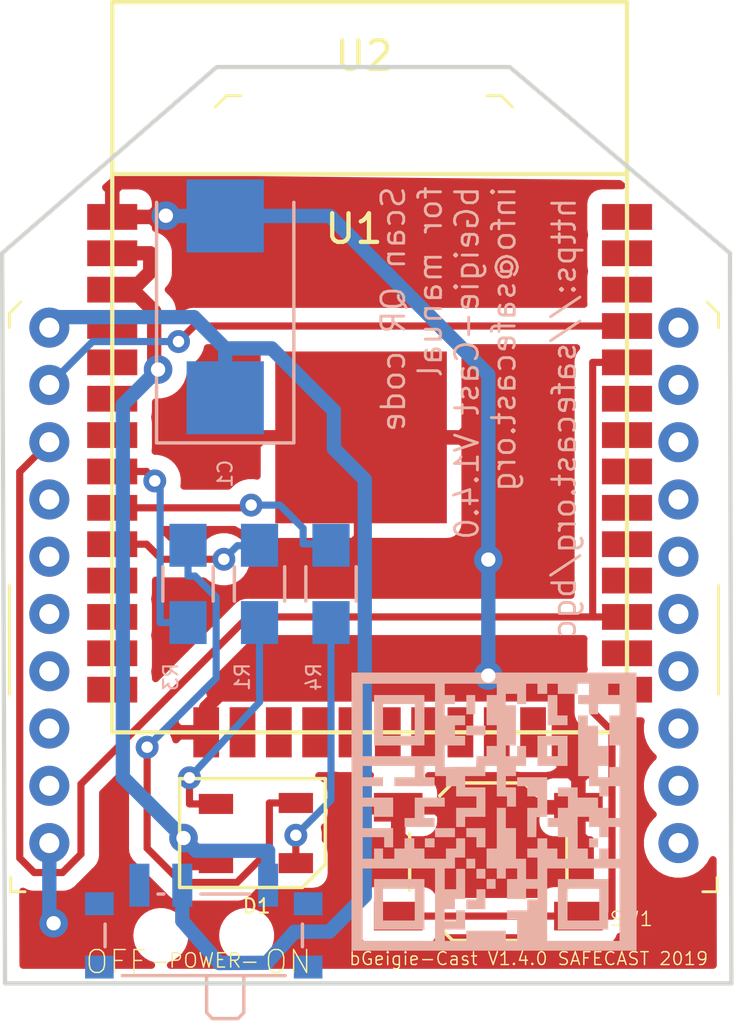
<source format=kicad_pcb>
(kicad_pcb (version 20210623) (generator pcbnew)
  (layers (0 "F.Cu" signal "Top") (31 "B.Cu" signal "Bottom") (34 "B.Paste" user) (35 "F.Paste" user) (36 "B.SilkS" user "B.Silkscreen") (37 "F.SilkS" user "F.Silkscreen") (38 "B.Mask" user) (39 "F.Mask" user) (44 "Edge.Cuts" user))
  (net 0 "")
  (net 1 "GND")
  (net 2 "VDD")
  (net 3 "Net-(D1-Pad1)")
  (net 4 "Net-(D1-Pad3)")
  (net 5 "Net-(D1-Pad4)")
  (net 6 "Net-(SW1-Pad1)")
  (net 7 "Net-(U1-Pad27)")
  (net 8 "+3V3")
  (net 9 "Net-(U1-Pad35)")
  (net 10 "Net-(R1-Pad1)")
  (net 11 "Net-(R3-Pad1)")
  (net 12 "Net-(R4-Pad1)")
  (footprint "Buttons_Switches_SMD:SW_SPST_TL3342" (layer "F.Cu") (at 152.75 118 180)
    (fp_text reference "SW1" hide)
    (fp_text value "TACT-SWITCH" hide)
    (fp_text user "${REFERENCE}" (at -5 -2) (layer "F.SilkS") (effects (font (size 0.5 0.5) (thickness 0.05))))
    (fp_line (start 2.75 -1) (end 2.75 1) (layer "F.SilkS") (width 0.12))
    (fp_line (start 1.7 -2.3) (end 1.25 -2.75) (layer "F.SilkS") (width 0.12))
    (fp_line (start 1.7 2.3) (end 1.25 2.75) (layer "F.SilkS") (width 0.12))
    (fp_line (start -1.25 2.75) (end 1.25 2.75) (layer "F.SilkS") (width 0.12))
    (fp_line (start -1.7 2.3) (end -1.25 2.75) (layer "F.SilkS") (width 0.12))
    (fp_line (start -2.75 -1) (end -2.75 1) (layer "F.SilkS") (width 0.12))
    (fp_line (start -1.7 -2.3) (end -1.25 -2.75) (layer "F.SilkS") (width 0.12))
    (fp_line (start -1.25 -2.75) (end 1.25 -2.75) (layer "F.SilkS") (width 0.12))
    (pad "1" smd rect locked (at 3.15 -1.9 180) (size 1.7 1) (layers "F.Cu" "F.Paste" "F.Mask") (net 6 "Net-(SW1-Pad1)"))
    (pad "1" smd rect locked (at -3.15 -1.9 180) (size 1.7 1) (layers "F.Cu" "F.Paste" "F.Mask") (net 6 "Net-(SW1-Pad1)"))
    (pad "2" smd rect locked (at -3.15 1.9 180) (size 1.7 1) (layers "F.Cu" "F.Paste" "F.Mask") (net 1 "GND"))
    (pad "2" smd rect locked (at 3.15 1.9 180) (size 1.7 1) (layers "F.Cu" "F.Paste" "F.Mask") (net 1 "GND"))
  )
  (footprint "digikey-footprints:DJS-BRGBC-TR8" (layer "F.Cu") (at 144.75 117 90)
    (fp_text reference "D1" (at -2.55 -0.1) (layer "F.SilkS") (effects (font (size 0.5 0.5) (thickness 0.075))))
    (fp_text value "RGB-LED")
    (fp_line (start -1.1 2.3) (end -1.9 1.5) (layer "F.SilkS") (width 0.12))
    (fp_line (start -1.9 1.5) (end -1.9 -2.794) (layer "F.SilkS") (width 0.12))
    (fp_line (start 1.9 -2.794) (end 1.9 2.3) (layer "F.SilkS") (width 0.12))
    (fp_line (start -1.9 -2.794) (end 1.9 -2.794) (layer "F.SilkS") (width 0.12))
    (fp_line (start 1.9 2.3) (end -1.1 2.3) (layer "F.SilkS") (width 0.12))
    (pad "1" smd rect locked (at -1.05 1.27 90) (size 0.7 1.2) (layers "F.Cu" "F.Paste" "F.Mask") (net 3 "Net-(D1-Pad1)"))
    (pad "2" smd rect locked (at -1.05 -1.524 90) (size 0.7 1.2) (layers "F.Cu" "F.Paste" "F.Mask") (net 8 "+3V3"))
    (pad "3" smd rect locked (at 1.016 -1.524 90) (size 0.7 1.2) (layers "F.Cu" "F.Paste" "F.Mask") (net 4 "Net-(D1-Pad3)"))
    (pad "4" smd rect locked (at 1.05 1.27 90) (size 0.7 1.2) (layers "F.Cu" "F.Paste" "F.Mask") (net 5 "Net-(D1-Pad4)"))
  )
  (footprint "digikey-footprints:XBEE-20_THT" (layer "F.Cu") (at 148.4 108.35)
    (fp_text reference "U2" (at 0 -18.49) (layer "F.SilkS"))
    (fp_text value "XBEE-socket")
    (fp_line (start 12.35 10.7) (end 12.35 10.2) (layer "F.SilkS") (width 0.1))
    (fp_line (start -12.4 0) (end -12.4 3.8) (layer "F.SilkS") (width 0.1))
    (fp_line (start 12.4 0) (end 12.4 3.8) (layer "F.SilkS") (width 0.1))
    (fp_line (start -12.4 -9.5) (end -12.4 -9) (layer "F.SilkS") (width 0.1))
    (fp_line (start -12.35 10.7) (end -11.85 10.7) (layer "F.SilkS") (width 0.1))
    (fp_line (start 12.35 10.7) (end 11.85 10.7) (layer "F.SilkS") (width 0.1))
    (fp_line (start 4.8 -17.1) (end 5.2 -16.7) (layer "F.SilkS") (width 0.1))
    (fp_line (start 4.8 -17.1) (end 4.3 -17.1) (layer "F.SilkS") (width 0.1))
    (fp_line (start -12.35 10.7) (end -12.35 10.2) (layer "F.SilkS") (width 0.1))
    (fp_line (start -12.4 -9.5) (end -12 -9.9) (layer "F.SilkS") (width 0.1))
    (fp_line (start 12.4 -9.5) (end 12 -9.9) (layer "F.SilkS") (width 0.1))
    (fp_line (start -4.8 -17.1) (end -4.3 -17.1) (layer "F.SilkS") (width 0.1))
    (fp_line (start -4.8 -17.1) (end -5.2 -16.7) (layer "F.SilkS") (width 0.1))
    (fp_line (start 12.4 -9.5) (end 12.4 -9) (layer "F.SilkS") (width 0.1))
    (pad "1" thru_hole circle locked (at -11 -9) (size 1.4 1.4) (drill 0.7) (layers *.Cu *.Mask) (net 2 "VDD"))
    (pad "2" thru_hole circle locked (at -11 -7) (size 1.4 1.4) (drill 0.7) (layers *.Cu *.Mask) (net 9 "Net-(U1-Pad35)"))
    (pad "3" thru_hole circle locked (at -11 -5) (size 1.4 1.4) (drill 0.7) (layers *.Cu *.Mask) (net 7 "Net-(U1-Pad27)"))
    (pad "4" thru_hole circle locked (at -11 -3) (size 1.4 1.4) (drill 0.7) (layers *.Cu *.Mask))
    (pad "5" thru_hole circle locked (at -11 -1) (size 1.4 1.4) (drill 0.7) (layers *.Cu *.Mask))
    (pad "6" thru_hole circle locked (at -11 1) (size 1.4 1.4) (drill 0.7) (layers *.Cu *.Mask))
    (pad "7" thru_hole circle locked (at -11 3) (size 1.4 1.4) (drill 0.7) (layers *.Cu *.Mask))
    (pad "8" thru_hole circle locked (at -11 5) (size 1.4 1.4) (drill 0.7) (layers *.Cu *.Mask))
    (pad "9" thru_hole circle locked (at -11 7) (size 1.4 1.4) (drill 0.7) (layers *.Cu *.Mask))
    (pad "10" thru_hole circle locked (at -11 9) (size 1.4 1.4) (drill 0.7) (layers *.Cu *.Mask) (net 1 "GND"))
    (pad "11" thru_hole circle locked (at 11 9) (size 1.4 1.4) (drill 0.7) (layers *.Cu *.Mask))
    (pad "12" thru_hole circle locked (at 11 7) (size 1.4 1.4) (drill 0.7) (layers *.Cu *.Mask))
    (pad "13" thru_hole circle locked (at 11 5) (size 1.4 1.4) (drill 0.7) (layers *.Cu *.Mask))
    (pad "14" thru_hole circle locked (at 11 3) (size 1.4 1.4) (drill 0.7) (layers *.Cu *.Mask))
    (pad "15" thru_hole circle locked (at 11 1) (size 1.4 1.4) (drill 0.7) (layers *.Cu *.Mask))
    (pad "16" thru_hole circle locked (at 11 -1) (size 1.4 1.4) (drill 0.7) (layers *.Cu *.Mask))
    (pad "17" thru_hole circle locked (at 11 -3) (size 1.4 1.4) (drill 0.7) (layers *.Cu *.Mask))
    (pad "18" thru_hole circle locked (at 11 -5) (size 1.4 1.4) (drill 0.7) (layers *.Cu *.Mask))
    (pad "19" thru_hole circle locked (at 11 -7) (size 1.4 1.4) (drill 0.7) (layers *.Cu *.Mask))
    (pad "20" thru_hole circle locked (at 11 -9) (size 1.4 1.4) (drill 0.7) (layers *.Cu *.Mask))
  )
  (footprint "ESP32-footprints-Lib:ESP-32S" (layer "F.Cu") (at 148.653 105)
    (fp_text reference "U1" (at -0.6 -9.1) (layer "F.SilkS"))
    (fp_text value "ESP32S")
    (fp_line (start 8.947434 -17.017338) (end 8.947434 8.482662) (layer "F.SilkS") (width 0.15))
    (fp_line (start -9.052566 -17.017338) (end -9.052566 8.482662) (layer "F.SilkS") (width 0.15))
    (fp_line (start 8.947434 8.482662) (end -9.052566 8.482662) (layer "F.SilkS") (width 0.15))
    (fp_line (start 8.947434 -11.017338) (end -9.052566 -11.017338) (layer "F.SilkS") (width 0.15))
    (fp_line (start 8.947434 -17.017338) (end -9.052566 -17.017338) (layer "F.SilkS") (width 0.15))
    (pad "1" smd rect locked (at -9.052566 -9.517338 180) (size 1.75 0.9) (layers "F.Cu" "F.Paste" "F.Mask") (net 1 "GND"))
    (pad "2" smd rect locked (at -9.052566 -8.247338 180) (size 1.75 0.9) (layers "F.Cu" "F.Paste" "F.Mask") (net 8 "+3V3"))
    (pad "3" smd rect locked (at -9.052566 -6.977338 180) (size 1.75 0.9) (layers "F.Cu" "F.Paste" "F.Mask") (net 8 "+3V3"))
    (pad "4" smd rect locked (at -9.052566 -5.707338 180) (size 1.75 0.9) (layers "F.Cu" "F.Paste" "F.Mask"))
    (pad "5" smd rect locked (at -9.052566 -4.437338 180) (size 1.75 0.9) (layers "F.Cu" "F.Paste" "F.Mask"))
    (pad "6" smd rect locked (at -9.052566 -3.167338 180) (size 1.75 0.9) (layers "F.Cu" "F.Paste" "F.Mask"))
    (pad "7" smd rect locked (at -9.052566 -1.897338 180) (size 1.75 0.9) (layers "F.Cu" "F.Paste" "F.Mask"))
    (pad "8" smd rect locked (at -9.052566 -0.627338 180) (size 1.75 0.9) (layers "F.Cu" "F.Paste" "F.Mask") (net 11 "Net-(R3-Pad1)"))
    (pad "9" smd rect locked (at -9.052566 0.642662 180) (size 1.75 0.9) (layers "F.Cu" "F.Paste" "F.Mask") (net 12 "Net-(R4-Pad1)"))
    (pad "10" smd rect locked (at -9.052566 1.912662 180) (size 1.75 0.9) (layers "F.Cu" "F.Paste" "F.Mask") (net 10 "Net-(R1-Pad1)"))
    (pad "11" smd rect locked (at -9.052566 3.182662 180) (size 1.75 0.9) (layers "F.Cu" "F.Paste" "F.Mask"))
    (pad "12" smd rect locked (at -9.052566 4.452662 180) (size 1.75 0.9) (layers "F.Cu" "F.Paste" "F.Mask"))
    (pad "13" smd rect locked (at -9.052566 5.722662 180) (size 1.75 0.9) (layers "F.Cu" "F.Paste" "F.Mask"))
    (pad "14" smd rect locked (at -9.052566 6.992662 180) (size 1.75 0.9) (layers "F.Cu" "F.Paste" "F.Mask"))
    (pad "15" smd rect locked (at -5.767566 8.482662 180) (size 0.9 1.75) (layers "F.Cu" "F.Paste" "F.Mask") (net 1 "GND"))
    (pad "16" smd rect locked (at -4.497566 8.482662 180) (size 0.9 1.75) (layers "F.Cu" "F.Paste" "F.Mask"))
    (pad "17" smd rect locked (at -3.227566 8.482662 180) (size 0.9 1.75) (layers "F.Cu" "F.Paste" "F.Mask"))
    (pad "18" smd rect locked (at -1.957566 8.482662 180) (size 0.9 1.75) (layers "F.Cu" "F.Paste" "F.Mask"))
    (pad "19" smd rect locked (at -0.687566 8.482662 180) (size 0.9 1.75) (layers "F.Cu" "F.Paste" "F.Mask"))
    (pad "20" smd rect locked (at 0.582434 8.482662 180) (size 0.9 1.75) (layers "F.Cu" "F.Paste" "F.Mask"))
    (pad "21" smd rect locked (at 1.852434 8.482662 180) (size 0.9 1.75) (layers "F.Cu" "F.Paste" "F.Mask"))
    (pad "22" smd rect locked (at 3.122434 8.482662 180) (size 0.9 1.75) (layers "F.Cu" "F.Paste" "F.Mask"))
    (pad "23" smd rect locked (at 4.392434 8.482662 180) (size 0.9 1.75) (layers "F.Cu" "F.Paste" "F.Mask"))
    (pad "24" smd rect locked (at 5.662434 8.482662 180) (size 0.9 1.75) (layers "F.Cu" "F.Paste" "F.Mask"))
    (pad "25" smd rect locked (at 8.947434 6.992662 180) (size 1.75 0.9) (layers "F.Cu" "F.Paste" "F.Mask") (net 6 "Net-(SW1-Pad1)"))
    (pad "26" smd rect locked (at 8.947434 5.722662 180) (size 1.75 0.9) (layers "F.Cu" "F.Paste" "F.Mask"))
    (pad "27" smd rect locked (at 8.947434 4.452662 180) (size 1.75 0.9) (layers "F.Cu" "F.Paste" "F.Mask") (net 7 "Net-(U1-Pad27)"))
    (pad "28" smd rect locked (at 8.947434 3.182662 180) (size 1.75 0.9) (layers "F.Cu" "F.Paste" "F.Mask"))
    (pad "29" smd rect locked (at 8.947434 1.912662 180) (size 1.75 0.9) (layers "F.Cu" "F.Paste" "F.Mask"))
    (pad "30" smd rect locked (at 8.947434 0.642662 180) (size 1.75 0.9) (layers "F.Cu" "F.Paste" "F.Mask"))
    (pad "31" smd rect locked (at 8.947434 -0.627338 180) (size 1.75 0.9) (layers "F.Cu" "F.Paste" "F.Mask"))
    (pad "32" smd rect locked (at 8.947434 -1.897338 180) (size 1.75 0.9) (layers "F.Cu" "F.Paste" "F.Mask"))
    (pad "33" smd rect locked (at 8.947434 -3.167338 180) (size 1.75 0.9) (layers "F.Cu" "F.Paste" "F.Mask"))
    (pad "34" smd rect locked (at 8.947434 -4.437338 180) (size 1.75 0.9) (layers "F.Cu" "F.Paste" "F.Mask") (net 7 "Net-(U1-Pad27)"))
    (pad "35" smd rect locked (at 8.947434 -5.707338 180) (size 1.75 0.9) (layers "F.Cu" "F.Paste" "F.Mask") (net 9 "Net-(U1-Pad35)"))
    (pad "36" smd rect locked (at 8.947434 -6.977338 180) (size 1.75 0.9) (layers "F.Cu" "F.Paste" "F.Mask"))
    (pad "37" smd rect locked (at 8.947434 -8.247338 180) (size 1.75 0.9) (layers "F.Cu" "F.Paste" "F.Mask"))
    (pad "38" smd rect locked (at 8.947434 -9.517338 180) (size 1.75 0.9) (layers "F.Cu" "F.Paste" "F.Mask"))
    (pad "39" smd rect locked (at -0.352566 -1.817338 180) (size 6 6) (layers "F.Cu" "F.Paste" "F.Mask") (net 1 "GND"))
  )
  (footprint "Buttons_Switches_SMD:SW_SPDT_PCM12" (layer "B.Cu") (at 142.8 120.25 180)
    (fp_text reference "SW2" hide)
    (fp_text value "SWITCH_INV" hide)
    (fp_line (start -0.1 -3.02) (end -0.3 -3.23) (layer "B.SilkS") (width 0.12))
    (fp_line (start 3.45 -0.72) (end 3.45 0.07) (layer "B.SilkS") (width 0.12))
    (fp_line (start -3.45 0.07) (end -3.45 -0.72) (layer "B.SilkS") (width 0.12))
    (fp_line (start -0.1 -3.02) (end -0.1 -1.73) (layer "B.SilkS") (width 0.12))
    (fp_line (start 1.4 1.12) (end 1.6 1.12) (layer "B.SilkS") (width 0.12))
    (fp_line (start -1.2 -3.23) (end -0.3 -3.23) (layer "B.SilkS") (width 0.12))
    (fp_line (start -1.4 -3.02) (end -1.2 -3.23) (layer "B.SilkS") (width 0.12))
    (fp_line (start -1.4 -1.73) (end -1.4 -3.02) (layer "B.SilkS") (width 0.12))
    (fp_line (start -2.85 -1.73) (end 2.85 -1.73) (layer "B.SilkS") (width 0.12))
    (fp_line (start -1.6 1.12) (end 0.1 1.12) (layer "B.SilkS") (width 0.12))
    (pad "" np_thru_hole circle locked (at -1.5 -0.33 180) (size 0.9 0.9) (drill 0.9) (layers *.Cu *.Mask))
    (pad "" smd rect locked (at -3.65 -1.43 180) (size 1 0.8) (layers "B.Cu" "B.Paste" "B.Mask"))
    (pad "" smd rect locked (at -3.65 0.78 180) (size 1 0.8) (layers "B.Cu" "B.Paste" "B.Mask"))
    (pad "" np_thru_hole circle locked (at 1.5 -0.33 180) (size 0.9 0.9) (drill 0.9) (layers *.Cu *.Mask))
    (pad "" smd rect locked (at 3.65 0.78 180) (size 1 0.8) (layers "B.Cu" "B.Paste" "B.Mask"))
    (pad "" smd rect locked (at 3.65 -1.43 180) (size 1 0.8) (layers "B.Cu" "B.Paste" "B.Mask"))
    (pad "1" smd rect locked (at -2.25 1.43 180) (size 0.7 1.5) (layers "B.Cu" "B.Paste" "B.Mask") (net 8 "+3V3"))
    (pad "2" smd rect locked (at 0.75 1.43 180) (size 0.7 1.5) (layers "B.Cu" "B.Paste" "B.Mask") (net 2 "VDD"))
    (pad "3" smd rect locked (at 2.25 1.43 180) (size 0.7 1.5) (layers "B.Cu" "B.Paste" "B.Mask"))
  )
  (footprint "Capacitors_Tantalum_SMD:CP_Tantalum_Case-D_EIA-7343-31_Reflow" (layer "B.Cu") (at 143.55 98.625 90)
    (fp_text reference "C1" (at -5.825 0 90) (layer "B.SilkS") (effects (font (size 0.5 0.5) (thickness 0.075)) (justify mirror)))
    (fp_text value "CP1")
    (fp_line (start -4.75 -2.4) (end 3.65 -2.4) (layer "B.SilkS") (width 0.12))
    (fp_line (start -4.75 2.4) (end -4.75 -2.4) (layer "B.SilkS") (width 0.12))
    (fp_line (start -4.75 2.4) (end 3.65 2.4) (layer "B.SilkS") (width 0.12))
    (pad "1" smd rect locked (at -3.175 0 90) (size 2.55 2.7) (layers "B.Cu" "B.Paste" "B.Mask") (net 2 "VDD"))
    (pad "2" smd rect locked (at 3.175 0 90) (size 2.55 2.7) (layers "B.Cu" "B.Paste" "B.Mask") (net 1 "GND"))
  )
  (footprint "Resistors_SMD:R_0805_HandSoldering" (layer "B.Cu") (at 144.75 108.3 -90)
    (fp_text reference "R1" (at 3.25 0.6 -90) (layer "B.SilkS") (effects (font (size 0.5 0.5) (thickness 0.075)) (justify mirror)))
    (fp_text value "470")
    (fp_line (start 0.6 -0.88) (end -0.6 -0.88) (layer "B.SilkS") (width 0.12))
    (fp_line (start -0.6 0.88) (end 0.6 0.88) (layer "B.SilkS") (width 0.12))
    (pad "1" smd rect locked (at -1.35 0 270) (size 1.5 1.3) (layers "B.Cu" "B.Paste" "B.Mask") (net 10 "Net-(R1-Pad1)"))
    (pad "2" smd rect locked (at 1.35 0 270) (size 1.5 1.3) (layers "B.Cu" "B.Paste" "B.Mask") (net 4 "Net-(D1-Pad3)"))
  )
  (footprint "Resistors_SMD:R_0805_HandSoldering" (layer "B.Cu") (at 142.25 108.3 90)
    (fp_text reference "R3" (at -3.25 -0.6 90) (layer "B.SilkS") (effects (font (size 0.5 0.5) (thickness 0.075)) (justify mirror)))
    (fp_text value "470")
    (fp_line (start 0.6 -0.88) (end -0.6 -0.88) (layer "B.SilkS") (width 0.12))
    (fp_line (start -0.6 0.88) (end 0.6 0.88) (layer "B.SilkS") (width 0.12))
    (pad "1" smd rect locked (at -1.35 0 90) (size 1.5 1.3) (layers "B.Cu" "B.Paste" "B.Mask") (net 11 "Net-(R3-Pad1)"))
    (pad "2" smd rect locked (at 1.35 0 90) (size 1.5 1.3) (layers "B.Cu" "B.Paste" "B.Mask") (net 5 "Net-(D1-Pad4)"))
  )
  (footprint "Resistors_SMD:R_0805_HandSoldering" (layer "B.Cu") (at 147.25 108.3 -90)
    (fp_text reference "R4" (at 3.25 0.6 -90) (layer "B.SilkS") (effects (font (size 0.5 0.5) (thickness 0.075)) (justify mirror)))
    (fp_text value "470")
    (fp_line (start 0.6 -0.88) (end -0.6 -0.88) (layer "B.SilkS") (width 0.12))
    (fp_line (start -0.6 0.88) (end 0.6 0.88) (layer "B.SilkS") (width 0.12))
    (pad "1" smd rect locked (at -1.35 0 270) (size 1.5 1.3) (layers "B.Cu" "B.Paste" "B.Mask") (net 12 "Net-(R4-Pad1)"))
    (pad "2" smd rect locked (at 1.35 0 270) (size 1.5 1.3) (layers "B.Cu" "B.Paste" "B.Mask") (net 3 "Net-(D1-Pad1)"))
  )
  (footprint "ESP32 nGeigieNano WiFi-all:QR_code_safecast_bgc" (layer "B.Cu") (at 152.95 116.25)
    (fp_text reference "G***" hide)
    (fp_text value "LOGO" hide)
    (fp_poly (pts (xy -0.6604 1.651) (xy -0.9652 1.651) (xy -0.9652 1.9812) (xy -0.6604 1.9812)) (layer "B.SilkS") (width 0.01) (fill solid))
    (fp_poly (pts (xy 3.9878 2.3622) (xy 2.2352 2.3622) (xy 2.2352 3.81) (xy 2.5654 3.81) (xy 2.5654 2.6924) (xy 3.683 2.6924) (xy 3.683 3.81) (xy 2.5654 3.81) (xy 2.2352 3.81) (xy 2.2352 4.1148) (xy 3.9878 4.1148)) (layer "B.SilkS") (width 0.01) (fill solid))
    (fp_poly (pts (xy 3.6322 0.9398) (xy 3.3274 0.9398) (xy 3.3274 1.2446) (xy 3.6322 1.2446)) (layer "B.SilkS") (width 0.01) (fill solid))
    (fp_poly (pts (xy 2.5654 -2.6416) (xy 1.524 -2.6416) (xy 1.524 -1.9304) (xy 1.8542 -1.9304) (xy 1.8542 -2.3114) (xy 2.2352 -2.3114) (xy 2.2352 -1.9304) (xy 1.8542 -1.9304) (xy 1.524 -1.9304) (xy 1.524 -1.6002) (xy 2.5654 -1.6002)) (layer "B.SilkS") (width 0.01) (fill solid))
    (fp_poly (pts (xy -2.0828 0.9398) (xy -2.413 0.9398) (xy -2.413 1.2446) (xy -2.0828 1.2446)) (layer "B.SilkS") (width 0.01) (fill solid))
    (fp_poly (pts (xy -0.3048 0.5842) (xy -0.9652 0.5842) (xy -0.9652 0.889) (xy -0.6096 0.889) (xy -0.6096 1.2446) (xy -0.3048 1.2446)) (layer "B.SilkS") (width 0.01) (fill solid))
    (fp_poly (pts (xy -2.4384 -4.064) (xy -4.191 -4.064) (xy -4.191 -2.6416) (xy -3.8862 -2.6416) (xy -3.8862 -3.7592) (xy -2.7686 -3.7592) (xy -2.7686 -2.6416) (xy -3.8862 -2.6416) (xy -4.191 -2.6416) (xy -4.191 -2.3114) (xy -2.4384 -2.3114)) (layer "B.SilkS") (width 0.01) (fill solid))
    (fp_poly (pts (xy -0.3048 2.0066) (xy -0.6096 2.0066) (xy -0.6096 2.3368) (xy -0.3048 2.3368)) (layer "B.SilkS") (width 0.01) (fill solid))
    (fp_poly (pts (xy 4.9784 -4.8514) (xy -4.9784 -4.8514) (xy -4.9784 -1.9304) (xy -4.5974 -1.9304) (xy -4.5974 -4.4704) (xy -2.0574 -4.4704) (xy -2.0574 -2.3114) (xy -1.7272 -2.3114) (xy -1.016 -2.3114) (xy -1.016 -2.6416) (xy -1.3716 -2.6416) (xy -1.3716 -3.0226) (xy -1.016 -3.0226) (xy -1.016 -3.3528) (xy -1.7272 -3.3528) (xy -1.7272 -3.7592) (xy -1.3716 -3.7592) (xy -1.3716 -4.064) (xy -1.7272 -4.064) (xy -1.7272 -4.4704) (xy 0.1016 -4.4704) (xy 0.1016 -4.064) (xy -0.254 -4.064) (xy -0.254 -3.0226) (xy 0.1016 -3.0226) (xy 0.1016 -2.286) (xy -0.254 -2.286) (xy -0.254 -1.9304) (xy -0.607375 -1.9304) (xy -0.614838 -1.74625) (xy -0.6223 -1.5621) (xy -1.17475 -1.555254) (xy -1.7272 -1.548409) (xy -1.7272 -2.3114) (xy -2.0574 -2.3114) (xy -2.0574 -1.9304) (xy -4.5974 -1.9304) (xy -4.9784 -1.9304) (xy -4.9784 1.651) (xy -4.5974 1.651) (xy -4.5974 0.889) (xy -3.8354 0.889) (xy -3.8354 1.2446) (xy -3.5306 1.2446) (xy -3.5306 0.5842) (xy -4.5974 0.5842) (xy -4.5974 -0.1778) (xy -4.191 -0.1778) (xy -4.191 0.1778) (xy -3.5306 0.1778) (xy -3.5306 -0.4826) (xy -4.5974 -0.4826) (xy -4.5974 -0.889) (xy -3.8862 -0.889) (xy -3.8862 -1.1938) (xy -4.5974 -1.1938) (xy -4.5974 -1.6002) (xy -2.7686 -1.6002) (xy -2.7686 -1.1938) (xy -3.4798 -1.1938) (xy -3.4798 -0.889) (xy -2.0828 -0.889) (xy -2.0828 -1.1938) (xy -2.4384 -1.1938) (xy -2.4384 -1.6002) (xy -2.0574 -1.6002) (xy -2.0574 -1.2446) (xy -1.6764 -1.2446) (xy -1.6764 -0.889) (xy -1.3208 -0.889) (xy -1.3208 -0.5334) (xy -0.6096 -0.5334) (xy -0.6096 -0.127) (xy -1.3208 -0.127) (xy -1.3208 0.5334) (xy -1.016 0.5334) (xy -1.016 0.1778) (xy -0.3048 0.1778) (xy -0.3048 -0.8382) (xy -1.016 -0.8382) (xy -1.016 -1.2446) (xy -0.3048 -1.2446) (xy -0.3048 -1.6002) (xy 0.1016 -1.6002) (xy 0.1016 -0.5334) (xy 0.4572 -0.5334) (xy 0.4572 -0.1778) (xy 0.762 -0.1778) (xy 0.762 -0.8382) (xy 0.4064 -0.8382) (xy 0.4064 -1.2446) (xy 0.762 -1.2446) (xy 0.762 -1.6002) (xy 1.1176 -1.6002) (xy 1.1176 -2.286) (xy 0.8128 -2.286) (xy 0.8128 -1.9304) (xy 0.4064 -1.9304) (xy 0.4064 -2.3114) (xy 0.762 -2.3114) (xy 0.762 -3.7084) (xy 0.4064 -3.7084) (xy 0.4064 -4.1148) (xy 0.8128 -4.1148) (xy 0.8128 -3.7592) (xy 1.1176 -3.7592) (xy 1.1176 -4.4704) (xy 1.524 -4.4704) (xy 1.524 -4.1148) (xy 1.8542 -4.1148) (xy 1.8542 -4.4704) (xy 2.2352 -4.4704) (xy 2.2352 -4.1148) (xy 2.921 -4.1148) (xy 2.921 -4.4704) (xy 3.3274 -4.4704) (xy 3.3274 -4.064) (xy 3.9878 -4.064) (xy 3.9878 -4.4704) (xy 4.3942 -4.4704) (xy 4.3942 -4.064) (xy 3.9878 -4.064) (xy 3.3274 -4.064) (xy 2.9464 -4.064) (xy 2.9464 -3.761425) (xy 3.13055 -3.753962) (xy 3.3147 -3.7465) (xy 3.32221 -3.57505) (xy 3.329721 -3.4036) (xy 3.6322 -3.4036) (xy 3.6322 -3.7592) (xy 4.3942 -3.7592) (xy 4.3942 -3.3528) (xy 4.0386 -3.3528) (xy 4.0386 -2.3114) (xy 4.395558 -2.3114) (xy 4.3815 -1.5621) (xy 4.0386 -1.547078) (xy 4.0386 -1.1938) (xy 3.6322 -1.1938) (xy 3.6322 -1.6002) (xy 3.9878 -1.6002) (xy 3.9878 -2.286) (xy 3.6322 -2.286) (xy 3.6322 -2.9972) (xy 3.2766 -2.9972) (xy 3.2766 -3.3528) (xy 2.9464 -3.3528) (xy 2.9464 -1.2446) (xy 3.3274 -1.2446) (xy 3.3274 -0.889) (xy 3.683 -0.889) (xy 3.683 -0.5334) (xy 3.9878 -0.5334) (xy 3.9878 -0.889) (xy 4.3942 -0.889) (xy 4.3942 0.2286) (xy 3.9878 0.2286) (xy 3.9878 -0.127) (xy 3.6322 -0.127) (xy 3.6322 -0.4826) (xy 2.921 -0.4826) (xy 2.921 -0.8382) (xy 2.2352 -0.8382) (xy 2.2352 -0.5334) (xy 2.5908 -0.5334) (xy 2.5908 -0.127) (xy 2.2352 -0.127) (xy 2.2352 0.2286) (xy 1.8796 0.2286) (xy 1.8796 0.5334) (xy 2.2352 0.5334) (xy 2.2352 0.889) (xy 2.5908 0.889) (xy 2.5908 1.2954) (xy 2.921 1.2954) (xy 2.921 0.1778) (xy 3.3274 0.1778) (xy 3.3274 0.5334) (xy 3.683 0.5334) (xy 3.683 0.889) (xy 3.9878 0.889) (xy 3.9878 0.5334) (xy 4.3942 0.5334) (xy 4.3942 1.651) (xy 3.9878 1.651) (xy 3.9878 1.2954) (xy 3.683 1.2954) (xy 3.683 1.651) (xy 3.2766 1.651) (xy 3.2766 1.2954) (xy 2.921 1.2954) (xy 2.5908 1.2954) (xy 2.5908 1.651) (xy 2.2098 1.651) (xy 2.2098 1.2954) (xy 1.8542 1.2954) (xy 1.8542 0.9398) (xy 1.524 0.9398) (xy 1.524 1.2954) (xy 1.1684 1.2954) (xy 1.1684 1.6002) (xy 1.524 1.6002) (xy 1.524 2.3622) (xy 1.1176 2.3622) (xy 1.1176 1.651) (xy 0.762 1.651) (xy 0.762 0.5842) (xy 0.4064 0.5842) (xy 0.4064 -0.127) (xy 0.1016 -0.127) (xy 0.1016 1.2954) (xy -0.254 1.2954) (xy -0.254 1.9812) (xy 0.1016 1.9812) (xy 0.1016 2.3368) (xy 0.4064 2.3368) (xy 0.4064 1.9812) (xy 0.8128 1.9812) (xy 0.8128 2.3622) (xy 0.4572 2.3622) (xy 0.4572 3.048) (xy 1.1176 3.048) (xy 1.1176 2.6924) (xy 1.524 2.6924) (xy 1.524 3.0734) (xy 1.1684 3.0734) (xy 1.1684 3.4544) (xy 0.4572 3.4544) (xy 0.4572 3.7592) (xy 0.8128 3.7592) (xy 0.8128 4.5212) (xy 1.8542 4.5212) (xy 1.8542 1.9812) (xy 4.3942 1.9812) (xy 4.3942 4.5212) (xy 1.8542 4.5212) (xy 0.8128 4.5212) (xy 0.4064 4.5212) (xy 0.4064 4.1656) (xy -0.9652 4.1656) (xy -0.9652 4.5212) (xy -1.7272 4.5212) (xy -1.7272 4.1148) (xy -1.016 4.1148) (xy -1.016 3.4544) (xy -1.3208 3.4544) (xy -1.3208 3.81) (xy -1.7272 3.81) (xy -1.7272 3.4036) (xy -1.3716 3.4036) (xy -1.3716 3.048) (xy -1.016 3.048) (xy -1.016 2.0066) (xy -1.3208 2.0066) (xy -1.3208 2.7178) (xy -1.7272 2.7178) (xy -1.7272 1.9812) (xy -1.3716 1.9812) (xy -1.3716 1.6002) (xy -1.016 1.6002) (xy -1.016 0.9398) (xy -1.3208 0.9398) (xy -1.3208 1.2954) (xy -1.6764 1.2954) (xy -1.6764 1.651) (xy -2.4384 1.651) (xy -2.4384 1.2954) (xy -2.794 1.2954) (xy -2.794 0.9398) (xy -3.1242 0.9398) (xy -3.1242 1.2954) (xy -3.4798 1.2954) (xy -3.4798 1.651) (xy -3.8862 1.651) (xy -3.8862 1.2954) (xy -4.191 1.2954) (xy -4.191 1.651) (xy -4.5974 1.651) (xy -4.9784 1.651) (xy -4.9784 4.5212) (xy -4.5974 4.5212) (xy -4.5974 1.9812) (xy -2.0574 1.9812) (xy -2.0574 4.5212) (xy -4.5974 4.5212) (xy -4.9784 4.5212) (xy -4.9784 4.8514) (xy 4.9784 4.8514)) (layer "B.SilkS") (width 0.01) (fill solid))
    (fp_poly (pts (xy 2.5654 -3.3528) (xy 2.2098 -3.3528) (xy 2.2098 -4.064) (xy 1.8796 -4.064) (xy 1.8796 -3.0226) (xy 2.5654 -3.0226)) (layer "B.SilkS") (width 0.01) (fill solid))
    (fp_poly (pts (xy -0.3048 2.7178) (xy -0.6096 2.7178) (xy -0.6096 3.0734) (xy -0.9652 3.0734) (xy -0.9652 3.4036) (xy -0.3048 3.4036)) (layer "B.SilkS") (width 0.01) (fill solid))
    (fp_poly (pts (xy -0.6604 -4.064) (xy -0.9652 -4.064) (xy -0.9652 -3.4036) (xy -0.6604 -3.4036)) (layer "B.SilkS") (width 0.01) (fill solid))
    (fp_poly (pts (xy -0.3048 -2.9972) (xy -0.9652 -2.9972) (xy -0.9652 -2.667) (xy -0.3048 -2.667)) (layer "B.SilkS") (width 0.01) (fill solid))
    (fp_poly (pts (xy -2.4384 2.3622) (xy -4.191 2.3622) (xy -4.191 3.81) (xy -3.8862 3.81) (xy -3.8862 2.6924) (xy -2.7686 2.6924) (xy -2.7686 3.81) (xy -3.8862 3.81) (xy -4.191 3.81) (xy -4.191 4.1148) (xy -2.4384 4.1148)) (layer "B.SilkS") (width 0.01) (fill solid))
    (fp_poly (pts (xy -2.0828 0.2286) (xy -2.4384 0.2286) (xy -2.4384 -0.1778) (xy -1.7272 -0.1778) (xy -1.7272 -0.4826) (xy -2.7686 -0.4826) (xy -2.7686 0.2286) (xy -3.1242 0.2286) (xy -3.1242 0.5334) (xy -2.0828 0.5334)) (layer "B.SilkS") (width 0.01) (fill solid))
    (fp_poly (pts (xy -1.3716 0.5842) (xy -2.0574 0.5842) (xy -2.0574 0.889) (xy -1.3716 0.889)) (layer "B.SilkS") (width 0.01) (fill solid))
    (fp_poly (pts (xy 0.0508 2.3622) (xy -0.254 2.3622) (xy -0.254 2.6924) (xy 0.0508 2.6924)) (layer "B.SilkS") (width 0.01) (fill solid))
    (fp_poly (pts (xy 1.4859 0.1905) (xy 1.67005 0.183038) (xy 1.8542 0.175575) (xy 1.8542 -1.1938) (xy 0.8128 -1.1938) (xy 0.8128 -0.889) (xy 1.1684 -0.889) (xy 1.1684 -0.5334) (xy 1.524 -0.5334) (xy 1.524 -0.127) (xy 1.1684 -0.127) (xy 1.1684 0.889) (xy 1.471766 0.889)) (layer "B.SilkS") (width 0.01) (fill solid))
  )
  (gr_line (start 161.25 122.25) (end 135.85 122.25) (layer "Edge.Cuts") (width 0.15))
  (gr_line (start 135.75 96.75) (end 143.25 90.25) (layer "Edge.Cuts") (width 0.15))
  (gr_line (start 135.75 96.75) (end 135.85 122.25) (layer "Edge.Cuts") (width 0.15))
  (gr_line (start 143.25 90.25) (end 153.5 90.25) (layer "Edge.Cuts") (width 0.15))
  (gr_line (start 161.2011 96.75) (end 161.25 122.25) (layer "Edge.Cuts") (width 0.15))
  (gr_line (start 153.5 90.25) (end 161.2011 96.75) (layer "Edge.Cuts") (width 0.15))
  (gr_text "https://safecast.org/bgc" (at 155.4 102.51 90) (layer "B.SilkS") (effects (font (size 0.8 0.8) (thickness 0.1)) (justify mirror)))
  (gr_text "Scan QR code \nfor manual\nbGeigie-Cast V1.4.0 \ninfo@safecast.org\n" (at 151.36 94.35 90) (layer "B.SilkS") (effects (font (size 0.8 0.8) (thickness 0.1)) (justify left mirror)))
  (gr_text "OFF" (at 139.75 121.5) (layer "F.SilkS") (effects (font (size 0.8 0.8) (thickness 0.05))))
  (gr_text "—POWER—" (at 142.85 121.45) (layer "F.SilkS") (effects (font (size 0.5 0.5) (thickness 0.05))))
  (gr_text "ON" (at 145.75 121.5) (layer "F.SilkS") (effects (font (size 0.8 0.8) (thickness 0.05))))
  (gr_text "bGeigie-Cast V1.4.0 SAFECAST 2019" (at 147.85 121.65) (layer "F.SilkS") (effects (font (size 0.45 0.45) (thickness 0.05)) (justify left bottom)))
  (segment (start 155.215435 112.247661) (end 155.215435 114.415435) (width 0.5) (layer "F.Cu") (net 1))
  (segment (start 142.885434 112.61766) (end 143.345433 112.157661) (width 0.5) (layer "F.Cu") (net 1))
  (segment (start 155.125435 112.157661) (end 155.215435 112.247661) (width 0.5) (layer "F.Cu") (net 1))
  (segment (start 152.250001 111.999999) (end 152.75 111.5) (width 0.5) (layer "F.Cu") (net 1))
  (segment (start 143.345433 112.157661) (end 152.092339 112.157661) (width 0.5) (layer "F.Cu") (net 1))
  (segment (start 142.885434 113.482662) (end 142.885434 112.61766) (width 0.5) (layer "F.Cu") (net 1))
  (segment (start 155.9 115.1) (end 155.9 116.1) (width 0.5) (layer "F.Cu") (net 1))
  (segment (start 143.345433 112.157661) (end 155.125435 112.157661) (width 0.5) (layer "F.Cu") (net 1))
  (segment (start 152.092339 112.157661) (end 152.250001 111.999999) (width 0.5) (layer "F.Cu") (net 1))
  (segment (start 155.215435 114.415435) (end 155.9 115.1) (width 0.5) (layer "F.Cu") (net 1))
  (via (at 152.75 107.45) (size 1) (drill 0.5) (layers "F.Cu" "B.Cu") (net 1))
  (via (at 137.55 120.15) (size 1) (drill 0.5) (layers "F.Cu" "B.Cu") (net 1))
  (via (at 141.4754 95.4401) (size 1) (drill 0.5) (layers "F.Cu" "B.Cu") (net 1))
  (via (at 152.75 111.5) (size 1) (drill 0.5) (layers "F.Cu" "B.Cu") (net 1))
  (segment (start 152.75 107.45) (end 152.75 100.989998) (width 0.5) (layer "B.Cu") (net 1))
  (segment (start 141.7398 95.4401) (end 141.7497 95.45) (width 0.5) (layer "B.Cu") (net 1))
  (segment (start 137.4 120) (end 137.55 120.15) (width 0.5) (layer "B.Cu") (net 1))
  (segment (start 152.75 107.45) (end 152.75 111.5) (width 0.5) (layer "B.Cu") (net 1))
  (segment (start 147.210002 95.45) (end 145.4 95.45) (width 0.5) (layer "B.Cu") (net 1))
  (segment (start 137.4 117.35) (end 137.4 120) (width 0.5) (layer "B.Cu") (net 1))
  (segment (start 141.4754 95.4401) (end 141.7398 95.4401) (width 0.5) (layer "B.Cu") (net 1))
  (segment (start 152.75 100.989998) (end 147.210002 95.45) (width 0.5) (layer "B.Cu") (net 1))
  (segment (start 143.55 95.45) (end 141.7497 95.45) (width 0.5) (layer "B.Cu") (net 1))
  (segment (start 145.4 95.45) (end 143.55 95.45) (width 0.5) (layer "B.Cu") (net 1))
  (segment (start 143.55 100.0747) (end 145.1747 100.0747) (width 0.5) (layer "B.Cu") (net 2))
  (segment (start 145.969998 120.45) (end 145.01 121.53) (width 0.5) (layer "B.Cu") (net 2))
  (segment (start 146.21 120.45) (end 145.969998 120.45) (width 0.5) (layer "B.Cu") (net 2))
  (segment (start 145.01 121.53) (end 143.34 121.54) (width 0.5) (layer "B.Cu") (net 2))
  (segment (start 148.43 119.200002) (end 147.190002 120.44) (width 0.5) (layer "B.Cu") (net 2))
  (segment (start 142.4579 98.9826) (end 143.55 100.0747) (width 0.5) (layer "B.Cu") (net 2))
  (segment (start 148.43 104.6553) (end 148.43 119.200002) (width 0.5) (layer "B.Cu") (net 2))
  (segment (start 137.7674 98.9826) (end 142.4579 98.9826) (width 0.5) (layer "B.Cu") (net 2))
  (segment (start 145.1747 100.0747) (end 147.35 102.25) (width 0.5) (layer "B.Cu") (net 2))
  (segment (start 143.55 101.8) (end 143.55 100.0747) (width 0.5) (layer "B.Cu") (net 2))
  (segment (start 147.35 102.25) (end 147.35 103.5753) (width 0.5) (layer "B.Cu") (net 2))
  (segment (start 143.34 121.54) (end 142.05 120.07) (width 0.5) (layer "B.Cu") (net 2))
  (segment (start 142.05 120.07) (end 142.05 118.82) (width 0.5) (layer "B.Cu") (net 2))
  (segment (start 147.190002 120.44) (end 146.21 120.45) (width 0.5) (layer "B.Cu") (net 2))
  (segment (start 137.4 99.35) (end 137.7674 98.9826) (width 0.5) (layer "B.Cu") (net 2))
  (segment (start 147.35 103.5753) (end 148.43 104.6553) (width 0.5) (layer "B.Cu") (net 2))
  (segment (start 146.02 118.05) (end 146.02 117.0779) (width 0.25) (layer "F.Cu") (net 3))
  (via (at 146.02 117.0779) (size 0.8) (drill 0.4) (layers "F.Cu" "B.Cu") (net 3))
  (segment (start 147.25 109.6) (end 147.25 115.8479) (width 0.25) (layer "B.Cu") (net 3))
  (segment (start 147.25 115.8479) (end 146.02 117.0779) (width 0.25) (layer "B.Cu") (net 3))
  (segment (start 142.3007 115.984) (end 142.3007 115.0704) (width 0.25) (layer "F.Cu") (net 4))
  (segment (start 143.226 115.984) (end 142.3007 115.984) (width 0.25) (layer "F.Cu") (net 4))
  (via (at 142.3007 115.0704) (size 0.8) (drill 0.4) (layers "F.Cu" "B.Cu") (net 4))
  (segment (start 144.75 112.4211) (end 144.75 109.65) (width 0.25) (layer "B.Cu") (net 4))
  (segment (start 144.75 112.4211) (end 142.3007 115.0704) (width 0.25) (layer "B.Cu") (net 4))
  (segment (start 140.8203 114.0018) (end 140.8203 117.5311) (width 0.25) (layer "F.Cu") (net 5))
  (segment (start 142.0146 118.7254) (end 143.9607 118.7254) (width 0.25) (layer "F.Cu") (net 5))
  (segment (start 145.0947 117.5914) (end 145.0947 115.95) (width 0.25) (layer "F.Cu") (net 5))
  (segment (start 143.9607 118.7254) (end 145.0947 117.5914) (width 0.25) (layer "F.Cu") (net 5))
  (segment (start 146.02 115.95) (end 145.0947 115.95) (width 0.25) (layer "F.Cu") (net 5))
  (segment (start 140.8203 117.5311) (end 142.0146 118.7254) (width 0.25) (layer "F.Cu") (net 5))
  (via (at 140.8203 114.0018) (size 0.8) (drill 0.4) (layers "F.Cu" "B.Cu") (net 5))
  (segment (start 142.25 108.0253) (end 142.4964 108.0253) (width 0.25) (layer "B.Cu") (net 5))
  (segment (start 143.233 108.7619) (end 143.233 111.5891) (width 0.25) (layer "B.Cu") (net 5))
  (segment (start 143.233 111.5891) (end 140.8203 114.0018) (width 0.25) (layer "B.Cu") (net 5))
  (segment (start 142.4964 108.0253) (end 143.233 108.7619) (width 0.25) (layer "B.Cu") (net 5))
  (segment (start 142.25 106.95) (end 142.25 108.0253) (width 0.25) (layer "B.Cu") (net 5))
  (segment (start 149.6 119.9) (end 155.9 119.9) (width 0.25) (layer "F.Cu") (net 6))
  (segment (start 156.4001 112.768) (end 156.4001 111.9927) (width 0.25) (layer "F.Cu") (net 6))
  (segment (start 155.9 119.9) (end 157.0753 119.9) (width 0.25) (layer "F.Cu") (net 6))
  (segment (start 157.6004 111.9927) (end 156.4001 111.9927) (width 0.25) (layer "F.Cu") (net 6))
  (segment (start 157.0753 113.4432) (end 156.4001 112.768) (width 0.25) (layer "F.Cu") (net 6))
  (segment (start 157.0753 119.9) (end 157.0753 113.4432) (width 0.25) (layer "F.Cu") (net 6))
  (segment (start 156.4001 109.4527) (end 144.3436 109.4527) (width 0.25) (layer "F.Cu") (net 7))
  (segment (start 157.6004 100.5627) (end 156.4001 100.5627) (width 0.25) (layer "F.Cu") (net 7))
  (segment (start 138.5059 115.2904) (end 138.5059 117.7348) (width 0.25) (layer "F.Cu") (net 7))
  (segment (start 156.4001 109.4527) (end 156.4001 100.5627) (width 0.25) (layer "F.Cu") (net 7))
  (segment (start 136.8701 118.3796) (end 136.3653 117.8748) (width 0.25) (layer "F.Cu") (net 7))
  (segment (start 136.3653 117.8748) (end 136.3653 104.3847) (width 0.25) (layer "F.Cu") (net 7))
  (segment (start 138.5059 117.7348) (end 137.8611 118.3796) (width 0.25) (layer "F.Cu") (net 7))
  (segment (start 136.3653 104.3847) (end 137.4 103.35) (width 0.25) (layer "F.Cu") (net 7))
  (segment (start 144.3436 109.4527) (end 138.5059 115.2904) (width 0.25) (layer "F.Cu") (net 7))
  (segment (start 156.5127 109.4527) (end 156.4001 109.4527) (width 0.25) (layer "F.Cu") (net 7))
  (segment (start 157.6004 109.4527) (end 156.5127 109.4527) (width 0.25) (layer "F.Cu") (net 7))
  (segment (start 137.8611 118.3796) (end 136.8701 118.3796) (width 0.25) (layer "F.Cu") (net 7))
  (segment (start 140.3075 98.0227) (end 140.9257 97.4045) (width 0.5) (layer "F.Cu") (net 8))
  (segment (start 139.6004 96.7527) (end 140.9257 96.7527) (width 0.5) (layer "F.Cu") (net 8))
  (segment (start 139.6004 98.0227) (end 140.2631 98.0227) (width 0.5) (layer "F.Cu") (net 8))
  (segment (start 141.0668 98.782) (end 141.0668 100.6769) (width 0.5) (layer "F.Cu") (net 8))
  (segment (start 140.9257 97.4045) (end 140.9257 96.7527) (width 0.5) (layer "F.Cu") (net 8))
  (segment (start 142.1757 117.258) (end 142.1757 118.05) (width 0.5) (layer "F.Cu") (net 8))
  (segment (start 140.2631 98.0227) (end 140.3075 98.0227) (width 0.5) (layer "F.Cu") (net 8))
  (segment (start 143.226 118.05) (end 142.1757 118.05) (width 0.5) (layer "F.Cu") (net 8))
  (segment (start 142.0924 117.1747) (end 142.1757 117.258) (width 0.5) (layer "F.Cu") (net 8))
  (segment (start 140.3075 98.0227) (end 141.0668 98.782) (width 0.5) (layer "F.Cu") (net 8))
  (segment (start 141.0668 100.6769) (end 141.2023 100.8124) (width 0.5) (layer "F.Cu") (net 8))
  (via (at 142.0924 117.1747) (size 1) (drill 0.5) (layers "F.Cu" "B.Cu") (net 8))
  (via (at 141.2023 100.8124) (size 1) (drill 0.5) (layers "F.Cu" "B.Cu") (net 8))
  (segment (start 139.9699 115.0522) (end 139.9699 102.0448) (width 0.5) (layer "B.Cu") (net 8))
  (segment (start 145.05 117.6197) (end 142.5374 117.6197) (width 0.5) (layer "B.Cu") (net 8))
  (segment (start 139.9699 102.0448) (end 141.2023 100.8124) (width 0.5) (layer "B.Cu") (net 8))
  (segment (start 142.5374 117.6197) (end 142.0924 117.1747) (width 0.5) (layer "B.Cu") (net 8))
  (segment (start 145.05 118.82) (end 145.05 117.6197) (width 0.5) (layer "B.Cu") (net 8))
  (segment (start 142.0924 117.1747) (end 139.9699 115.0522) (width 0.5) (layer "B.Cu") (net 8))
  (segment (start 157.6004 99.2927) (end 142.4602 99.2927) (width 0.25) (layer "F.Cu") (net 9))
  (segment (start 142.4602 99.2927) (end 141.9171 99.8358) (width 0.25) (layer "F.Cu") (net 9))
  (via (at 141.9171 99.8358) (size 0.8) (drill 0.4) (layers "F.Cu" "B.Cu") (net 9))
  (segment (start 138.9142 99.8358) (end 137.4 101.35) (width 0.25) (layer "B.Cu") (net 9))
  (segment (start 141.9171 99.8358) (end 138.9142 99.8358) (width 0.25) (layer "B.Cu") (net 9))
  (segment (start 139.6004 106.9127) (end 140.8007 106.9127) (width 0.25) (layer "F.Cu") (net 10))
  (segment (start 140.8007 106.9127) (end 141.3265 107.4385) (width 0.25) (layer "F.Cu") (net 10))
  (segment (start 141.3265 107.4385) (end 143.5017 107.4385) (width 0.25) (layer "F.Cu") (net 10))
  (via (at 143.5017 107.4385) (size 0.8) (drill 0.4) (layers "F.Cu" "B.Cu") (net 10))
  (segment (start 143.9747 106.9655) (end 144.7345 106.9655) (width 0.25) (layer "B.Cu") (net 10))
  (segment (start 143.9747 106.9655) (end 143.5017 107.4385) (width 0.25) (layer "B.Cu") (net 10))
  (segment (start 144.7345 106.9655) (end 144.75 106.95) (width 0.25) (layer "B.Cu") (net 10))
  (segment (start 140.8007 104.3727) (end 140.8007 104.4148) (width 0.25) (layer "F.Cu") (net 11))
  (segment (start 140.8007 104.4148) (end 141.0877 104.7018) (width 0.25) (layer "F.Cu") (net 11))
  (segment (start 139.6004 104.3727) (end 140.8007 104.3727) (width 0.25) (layer "F.Cu") (net 11))
  (via (at 141.0877 104.7018) (size 0.8) (drill 0.4) (layers "F.Cu" "B.Cu") (net 11))
  (segment (start 141.2747 109.65) (end 141.2747 104.8888) (width 0.25) (layer "B.Cu") (net 11))
  (segment (start 141.2747 104.8888) (end 141.0877 104.7018) (width 0.25) (layer "B.Cu") (net 11))
  (segment (start 142.25 109.65) (end 141.2747 109.65) (width 0.25) (layer "B.Cu") (net 11))
  (segment (start 139.6004 105.6427) (end 144.3629 105.6427) (width 0.25) (layer "F.Cu") (net 12))
  (segment (start 144.3629 105.6427) (end 144.4578 105.5478) (width 0.25) (layer "F.Cu") (net 12))
  (via (at 144.4578 105.5478) (size 0.8) (drill 0.4) (layers "F.Cu" "B.Cu") (net 12))
  (segment (start 146.2747 106.3576) (end 145.4649 105.5478) (width 0.25) (layer "B.Cu") (net 12))
  (segment (start 145.4649 105.5478) (end 144.4578 105.5478) (width 0.25) (layer "B.Cu") (net 12))
  (segment (start 147.25 106.9) (end 146.2747 106.9) (width 0.25) (layer "B.Cu") (net 12))
  (segment (start 146.2747 106.9) (end 146.2747 106.3576) (width 0.25) (layer "B.Cu") (net 12))
  (zone (net 1) (net_name "GND") (layer "F.Cu") (connect_pads (clearance 0.508)) (min_thickness 0.254) (fill yes (thermal_gap 0.508) (thermal_bridge_width 0.508))
    (polygon (pts (xy 135.95 97.3) (xy 139.25 94) (xy 157.8 94.2) (xy 161.25 97) (xy 161.5 122.25) (xy 135.95 122.6)))
  )
)
</source>
